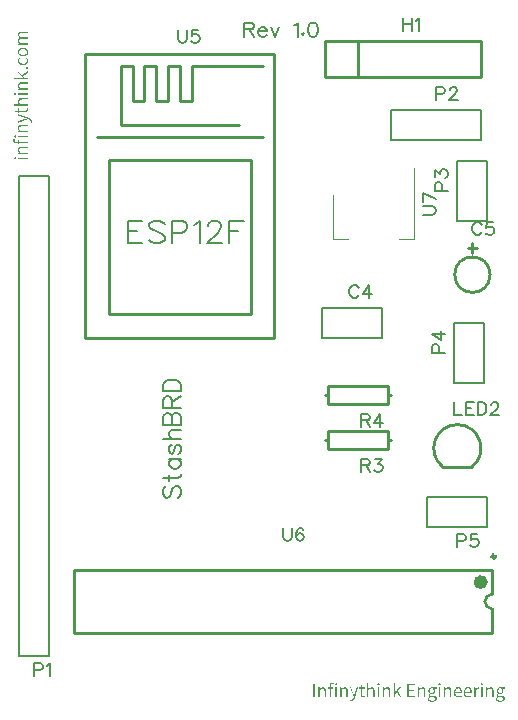
<source format=gto>
G04 ---------------------------- Layer name :TOP SILK LAYER*
G04 EasyEDA v5.7.22, Tue, 28 Aug 2018 09:43:57 GMT*
G04 05ccef7fa68345538657c4b36dae5f98*
G04 Gerber Generator version 0.2*
G04 Scale: 100 percent, Rotated: No, Reflected: No *
G04 Dimensions in inches *
G04 leading zeros omitted , absolute positions ,2 integer and 4 decimal *
%FSLAX24Y24*%
%MOIN*%
G90*
G70D02*

%ADD10C,0.010000*%
%ADD28C,0.004724*%
%ADD29C,0.007900*%
%ADD30C,0.008000*%
%ADD31C,0.007992*%
%ADD32C,0.023622*%
%ADD33C,0.011811*%
%ADD34C,0.007000*%

%LPD*%
G54D10*
G01X2700Y12401D02*
G01X8998Y12401D01*
G01X8998Y12401D02*
G01X8998Y21850D01*
G01X8998Y21850D02*
G01X2700Y21850D01*
G01X2700Y12401D01*
G01X3094Y19094D02*
G01X8605Y19094D01*
G01X7817Y19486D02*
G01X3880Y19486D01*
G01X3880Y21455D01*
G01X4275Y21455D01*
G01X4275Y20275D01*
G01X4669Y20275D01*
G01X4669Y21455D01*
G01X5061Y21455D01*
G01X5061Y20275D01*
G01X5455Y20275D01*
G01X5455Y21455D01*
G01X5850Y21455D01*
G01X5850Y20275D01*
G01X6242Y20275D01*
G01X6242Y21455D01*
G01X8605Y21455D01*
G01X3486Y18305D02*
G01X3486Y13188D01*
G01X8211Y13188D01*
G01X8211Y18305D01*
G01X3486Y18305D01*
G01X16268Y3350D02*
G01X16268Y2557D01*
G01X2332Y2557D01*
G01X2332Y4642D01*
G01X16268Y4642D01*
G01X16268Y3850D01*
G54D28*
G01X10956Y17167D02*
G01X10956Y15688D01*
G01X11453Y15688D01*
G01X13643Y18053D02*
G01X13643Y15688D01*
G01X13146Y15688D01*
G54D29*
G01X12589Y13369D02*
G01X10589Y13369D01*
G01X10589Y12369D01*
G01X12589Y12369D01*
G01X12589Y13369D01*
G54D10*
G01X12800Y8700D02*
G01X10800Y8700D01*
G01X10800Y8700D02*
G01X10800Y9000D01*
G01X10800Y9000D02*
G01X10800Y9300D01*
G01X10800Y9300D02*
G01X12800Y9300D01*
G01X12800Y9300D02*
G01X12800Y9000D01*
G01X12800Y9000D02*
G01X12800Y8700D01*
G01X10800Y9000D02*
G01X10700Y9000D01*
G01X12800Y9000D02*
G01X12900Y9000D01*
G01X14600Y8100D02*
G01X15602Y8098D01*
G01X15453Y15380D02*
G01X15764Y15380D01*
G01X15603Y15209D02*
G01X15603Y15538D01*
G01X12800Y10200D02*
G01X10800Y10200D01*
G01X10800Y10200D02*
G01X10800Y10500D01*
G01X10800Y10500D02*
G01X10800Y10800D01*
G01X10800Y10800D02*
G01X12800Y10800D01*
G01X12800Y10800D02*
G01X12800Y10500D01*
G01X12800Y10500D02*
G01X12800Y10200D01*
G01X10800Y10500D02*
G01X10700Y10500D01*
G01X12800Y10500D02*
G01X12900Y10500D01*
G54D30*
G01X15100Y18300D02*
G01X16089Y18300D01*
G01X16089Y16300D01*
G01X15100Y16300D01*
G01X15100Y18300D01*
G01X15000Y12900D02*
G01X15989Y12900D01*
G01X15989Y10900D01*
G01X15000Y10900D01*
G01X15000Y12900D01*
G01X500Y17800D02*
G01X1500Y17800D01*
G01X1500Y1800D01*
G01X500Y1800D01*
G01X500Y2550D01*
G54D31*
G01X500Y17800D02*
G01X500Y2550D01*
G54D30*
G01X13650Y20000D02*
G01X12900Y20000D01*
G01X12900Y19000D01*
G01X15900Y19000D01*
G01X15900Y20000D01*
G54D31*
G01X15900Y20000D02*
G01X13650Y20000D01*
G54D30*
G01X14100Y6100D02*
G01X14100Y7090D01*
G01X16100Y7090D01*
G01X16100Y6100D01*
G01X14100Y6100D01*
G54D10*
G01X10700Y22300D02*
G01X15900Y22300D01*
G01X15900Y21100D01*
G01X10700Y21100D01*
G01X10700Y22300D01*
G01X11800Y22300D02*
G01X11800Y21100D01*
G54D34*
G01X5800Y22644D02*
G01X5800Y22338D01*
G01X5819Y22277D01*
G01X5861Y22236D01*
G01X5923Y22215D01*
G01X5963Y22215D01*
G01X6025Y22236D01*
G01X6065Y22277D01*
G01X6086Y22338D01*
G01X6086Y22644D01*
G01X6467Y22644D02*
G01X6261Y22644D01*
G01X6242Y22461D01*
G01X6261Y22482D01*
G01X6323Y22502D01*
G01X6384Y22502D01*
G01X6446Y22482D01*
G01X6486Y22440D01*
G01X6507Y22380D01*
G01X6507Y22338D01*
G01X6486Y22277D01*
G01X6446Y22236D01*
G01X6384Y22215D01*
G01X6323Y22215D01*
G01X6261Y22236D01*
G01X6242Y22257D01*
G01X6221Y22298D01*
G54D30*
G01X4117Y16301D02*
G01X4117Y15538D01*
G01X4117Y16301D02*
G01X4590Y16301D01*
G01X4117Y15938D02*
G01X4407Y15938D01*
G01X4117Y15538D02*
G01X4590Y15538D01*
G01X5338Y16192D02*
G01X5267Y16265D01*
G01X5157Y16301D01*
G01X5011Y16301D01*
G01X4903Y16265D01*
G01X4830Y16192D01*
G01X4830Y16119D01*
G01X4867Y16046D01*
G01X4903Y16011D01*
G01X4976Y15973D01*
G01X5194Y15901D01*
G01X5267Y15865D01*
G01X5303Y15828D01*
G01X5338Y15755D01*
G01X5338Y15646D01*
G01X5267Y15573D01*
G01X5157Y15538D01*
G01X5011Y15538D01*
G01X4903Y15573D01*
G01X4830Y15646D01*
G01X5578Y16301D02*
G01X5578Y15538D01*
G01X5578Y16301D02*
G01X5907Y16301D01*
G01X6015Y16265D01*
G01X6051Y16228D01*
G01X6088Y16155D01*
G01X6088Y16046D01*
G01X6051Y15973D01*
G01X6015Y15938D01*
G01X5907Y15901D01*
G01X5578Y15901D01*
G01X6328Y16155D02*
G01X6401Y16192D01*
G01X6509Y16301D01*
G01X6509Y15538D01*
G01X6786Y16119D02*
G01X6786Y16155D01*
G01X6823Y16228D01*
G01X6859Y16265D01*
G01X6932Y16301D01*
G01X7078Y16301D01*
G01X7150Y16265D01*
G01X7186Y16228D01*
G01X7223Y16155D01*
G01X7223Y16082D01*
G01X7186Y16011D01*
G01X7113Y15901D01*
G01X6750Y15538D01*
G01X7259Y15538D01*
G01X7498Y16301D02*
G01X7498Y15538D01*
G01X7498Y16301D02*
G01X7971Y16301D01*
G01X7498Y15938D02*
G01X7790Y15938D01*
G54D34*
G01X9300Y6044D02*
G01X9300Y5738D01*
G01X9319Y5676D01*
G01X9361Y5636D01*
G01X9423Y5615D01*
G01X9463Y5615D01*
G01X9525Y5636D01*
G01X9565Y5676D01*
G01X9586Y5738D01*
G01X9586Y6044D01*
G01X9967Y5984D02*
G01X9946Y6025D01*
G01X9885Y6044D01*
G01X9843Y6044D01*
G01X9782Y6025D01*
G01X9742Y5963D01*
G01X9721Y5861D01*
G01X9721Y5759D01*
G01X9742Y5676D01*
G01X9782Y5636D01*
G01X9843Y5615D01*
G01X9864Y5615D01*
G01X9926Y5636D01*
G01X9967Y5676D01*
G01X9986Y5738D01*
G01X9986Y5759D01*
G01X9967Y5819D01*
G01X9926Y5861D01*
G01X9864Y5882D01*
G01X9843Y5882D01*
G01X9782Y5861D01*
G01X9742Y5819D01*
G01X9721Y5759D01*
G01X13955Y16500D02*
G01X14260Y16500D01*
G01X14322Y16519D01*
G01X14364Y16561D01*
G01X14384Y16623D01*
G01X14384Y16663D01*
G01X14364Y16725D01*
G01X14322Y16765D01*
G01X14260Y16786D01*
G01X13955Y16786D01*
G01X13955Y17207D02*
G01X14384Y17003D01*
G01X13955Y16921D02*
G01X13955Y17207D01*
G01X11806Y14042D02*
G01X11785Y14084D01*
G01X11744Y14125D01*
G01X11705Y14144D01*
G01X11622Y14144D01*
G01X11581Y14125D01*
G01X11540Y14084D01*
G01X11519Y14042D01*
G01X11500Y13982D01*
G01X11500Y13880D01*
G01X11519Y13817D01*
G01X11540Y13776D01*
G01X11581Y13736D01*
G01X11622Y13715D01*
G01X11705Y13715D01*
G01X11744Y13736D01*
G01X11785Y13776D01*
G01X11806Y13817D01*
G01X12146Y14144D02*
G01X11942Y13859D01*
G01X12248Y13859D01*
G01X12146Y14144D02*
G01X12146Y13715D01*
G01X11900Y8344D02*
G01X11900Y7915D01*
G01X11900Y8344D02*
G01X12084Y8344D01*
G01X12144Y8325D01*
G01X12165Y8305D01*
G01X12185Y8263D01*
G01X12185Y8223D01*
G01X12165Y8182D01*
G01X12144Y8161D01*
G01X12084Y8140D01*
G01X11900Y8140D01*
G01X12043Y8140D02*
G01X12185Y7915D01*
G01X12361Y8344D02*
G01X12586Y8344D01*
G01X12464Y8182D01*
G01X12526Y8182D01*
G01X12567Y8161D01*
G01X12586Y8140D01*
G01X12607Y8080D01*
G01X12607Y8038D01*
G01X12586Y7976D01*
G01X12546Y7936D01*
G01X12485Y7915D01*
G01X12423Y7915D01*
G01X12361Y7936D01*
G01X12342Y7957D01*
G01X12321Y7998D01*
G01X15000Y10244D02*
G01X15000Y9815D01*
G01X15000Y9815D02*
G01X15244Y9815D01*
G01X15380Y10244D02*
G01X15380Y9815D01*
G01X15380Y10244D02*
G01X15646Y10244D01*
G01X15380Y10040D02*
G01X15543Y10040D01*
G01X15380Y9815D02*
G01X15646Y9815D01*
G01X15781Y10244D02*
G01X15781Y9815D01*
G01X15781Y10244D02*
G01X15925Y10244D01*
G01X15985Y10225D01*
G01X16027Y10184D01*
G01X16047Y10142D01*
G01X16068Y10082D01*
G01X16068Y9980D01*
G01X16047Y9917D01*
G01X16027Y9876D01*
G01X15985Y9836D01*
G01X15925Y9815D01*
G01X15781Y9815D01*
G01X16222Y10142D02*
G01X16222Y10163D01*
G01X16243Y10205D01*
G01X16264Y10225D01*
G01X16305Y10244D01*
G01X16386Y10244D01*
G01X16427Y10225D01*
G01X16447Y10205D01*
G01X16468Y10163D01*
G01X16468Y10123D01*
G01X16447Y10082D01*
G01X16406Y10019D01*
G01X16202Y9815D01*
G01X16489Y9815D01*
G01X15906Y16142D02*
G01X15885Y16184D01*
G01X15844Y16225D01*
G01X15805Y16244D01*
G01X15722Y16244D01*
G01X15681Y16225D01*
G01X15640Y16184D01*
G01X15619Y16142D01*
G01X15600Y16082D01*
G01X15600Y15980D01*
G01X15619Y15917D01*
G01X15640Y15876D01*
G01X15681Y15836D01*
G01X15722Y15815D01*
G01X15805Y15815D01*
G01X15844Y15836D01*
G01X15885Y15876D01*
G01X15906Y15917D01*
G01X16286Y16244D02*
G01X16082Y16244D01*
G01X16061Y16061D01*
G01X16082Y16082D01*
G01X16143Y16101D01*
G01X16205Y16101D01*
G01X16267Y16082D01*
G01X16307Y16040D01*
G01X16327Y15980D01*
G01X16327Y15938D01*
G01X16307Y15876D01*
G01X16267Y15836D01*
G01X16205Y15815D01*
G01X16143Y15815D01*
G01X16082Y15836D01*
G01X16061Y15857D01*
G01X16042Y15898D01*
G01X11900Y9844D02*
G01X11900Y9415D01*
G01X11900Y9844D02*
G01X12084Y9844D01*
G01X12144Y9825D01*
G01X12165Y9805D01*
G01X12185Y9763D01*
G01X12185Y9723D01*
G01X12165Y9682D01*
G01X12144Y9661D01*
G01X12084Y9640D01*
G01X11900Y9640D01*
G01X12043Y9640D02*
G01X12185Y9415D01*
G01X12526Y9844D02*
G01X12321Y9559D01*
G01X12627Y9559D01*
G01X12526Y9844D02*
G01X12526Y9415D01*
G01X14355Y17300D02*
G01X14784Y17300D01*
G01X14355Y17300D02*
G01X14355Y17484D01*
G01X14375Y17544D01*
G01X14394Y17565D01*
G01X14435Y17586D01*
G01X14497Y17586D01*
G01X14539Y17565D01*
G01X14559Y17544D01*
G01X14580Y17484D01*
G01X14580Y17300D01*
G01X14355Y17761D02*
G01X14355Y17986D01*
G01X14518Y17865D01*
G01X14518Y17926D01*
G01X14539Y17967D01*
G01X14559Y17986D01*
G01X14619Y18007D01*
G01X14660Y18007D01*
G01X14722Y17986D01*
G01X14764Y17946D01*
G01X14784Y17884D01*
G01X14784Y17823D01*
G01X14764Y17761D01*
G01X14743Y17742D01*
G01X14702Y17721D01*
G01X14255Y11900D02*
G01X14684Y11900D01*
G01X14255Y11900D02*
G01X14255Y12084D01*
G01X14275Y12144D01*
G01X14294Y12165D01*
G01X14335Y12186D01*
G01X14397Y12186D01*
G01X14439Y12165D01*
G01X14459Y12144D01*
G01X14480Y12084D01*
G01X14480Y11900D01*
G01X14255Y12526D02*
G01X14540Y12321D01*
G01X14540Y12628D01*
G01X14255Y12526D02*
G01X14684Y12526D01*
G01X1000Y1544D02*
G01X1000Y1115D01*
G01X1000Y1544D02*
G01X1184Y1544D01*
G01X1244Y1525D01*
G01X1265Y1505D01*
G01X1286Y1463D01*
G01X1286Y1401D01*
G01X1265Y1361D01*
G01X1244Y1340D01*
G01X1184Y1319D01*
G01X1000Y1319D01*
G01X1421Y1463D02*
G01X1461Y1484D01*
G01X1523Y1544D01*
G01X1523Y1115D01*
G01X14400Y20744D02*
G01X14400Y20315D01*
G01X14400Y20744D02*
G01X14584Y20744D01*
G01X14644Y20725D01*
G01X14665Y20705D01*
G01X14685Y20663D01*
G01X14685Y20602D01*
G01X14665Y20561D01*
G01X14644Y20540D01*
G01X14584Y20519D01*
G01X14400Y20519D01*
G01X14842Y20642D02*
G01X14842Y20663D01*
G01X14861Y20705D01*
G01X14882Y20725D01*
G01X14923Y20744D01*
G01X15005Y20744D01*
G01X15046Y20725D01*
G01X15067Y20705D01*
G01X15086Y20663D01*
G01X15086Y20623D01*
G01X15067Y20582D01*
G01X15026Y20519D01*
G01X14821Y20315D01*
G01X15107Y20315D01*
G01X15100Y5844D02*
G01X15100Y5415D01*
G01X15100Y5844D02*
G01X15284Y5844D01*
G01X15344Y5825D01*
G01X15365Y5805D01*
G01X15385Y5763D01*
G01X15385Y5701D01*
G01X15365Y5661D01*
G01X15344Y5640D01*
G01X15284Y5619D01*
G01X15100Y5619D01*
G01X15767Y5844D02*
G01X15561Y5844D01*
G01X15542Y5661D01*
G01X15561Y5682D01*
G01X15623Y5701D01*
G01X15685Y5701D01*
G01X15746Y5682D01*
G01X15786Y5640D01*
G01X15807Y5580D01*
G01X15807Y5538D01*
G01X15786Y5476D01*
G01X15746Y5436D01*
G01X15685Y5415D01*
G01X15623Y5415D01*
G01X15561Y5436D01*
G01X15542Y5457D01*
G01X15521Y5498D01*
G01X13300Y23044D02*
G01X13300Y22615D01*
G01X13585Y23044D02*
G01X13585Y22615D01*
G01X13300Y22840D02*
G01X13585Y22840D01*
G01X13721Y22963D02*
G01X13761Y22984D01*
G01X13823Y23044D01*
G01X13823Y22615D01*

%LPD*%
G36*
G01X371Y18342D02*
G01X357Y18340D01*
G01X344Y18342D01*
G01X333Y18350D01*
G01X327Y18361D01*
G01X325Y18376D01*
G01X327Y18389D01*
G01X333Y18400D01*
G01X344Y18408D01*
G01X357Y18411D01*
G01X371Y18408D01*
G01X382Y18400D01*
G01X388Y18389D01*
G01X390Y18376D01*
G01X388Y18361D01*
G01X382Y18350D01*
G01X371Y18342D01*
G37*

%LPC*%

%LPD*%
G36*
G01X784Y18351D02*
G01X461Y18351D01*
G01X461Y18400D01*
G01X784Y18400D01*
G01X784Y18351D01*
G37*

%LPC*%

%LPD*%
G36*
G01X784Y18511D02*
G01X461Y18511D01*
G01X461Y18552D01*
G01X507Y18557D01*
G01X507Y18559D01*
G01X486Y18582D01*
G01X469Y18608D01*
G01X457Y18636D01*
G01X453Y18667D01*
G01X455Y18691D01*
G01X461Y18712D01*
G01X471Y18729D01*
G01X484Y18742D01*
G01X502Y18753D01*
G01X524Y18761D01*
G01X549Y18765D01*
G01X578Y18767D01*
G01X784Y18767D01*
G01X784Y18717D01*
G01X584Y18717D01*
G01X544Y18714D01*
G01X516Y18702D01*
G01X500Y18682D01*
G01X494Y18653D01*
G01X498Y18628D01*
G01X508Y18607D01*
G01X525Y18584D01*
G01X548Y18561D01*
G01X784Y18561D01*
G01X784Y18511D01*
G37*

%LPC*%

%LPD*%
G36*
G01X501Y18838D02*
G01X463Y18838D01*
G01X461Y18882D01*
G01X405Y18882D01*
G01X381Y18884D01*
G01X360Y18888D01*
G01X342Y18895D01*
G01X327Y18905D01*
G01X315Y18918D01*
G01X307Y18934D01*
G01X301Y18952D01*
G01X300Y18973D01*
G01X300Y18988D01*
G01X302Y19002D01*
G01X305Y19015D01*
G01X309Y19027D01*
G01X348Y19015D01*
G01X344Y19006D01*
G01X341Y18996D01*
G01X339Y18987D01*
G01X338Y18978D01*
G01X343Y18958D01*
G01X355Y18943D01*
G01X376Y18934D01*
G01X405Y18932D01*
G01X461Y18932D01*
G01X461Y19001D01*
G01X501Y19001D01*
G01X501Y18932D01*
G01X784Y18932D01*
G01X784Y18882D01*
G01X501Y18882D01*
G01X501Y18838D01*
G37*

%LPC*%

%LPD*%
G36*
G01X371Y19069D02*
G01X357Y19067D01*
G01X344Y19069D01*
G01X333Y19077D01*
G01X327Y19088D01*
G01X325Y19102D01*
G01X327Y19115D01*
G01X333Y19127D01*
G01X344Y19135D01*
G01X357Y19138D01*
G01X371Y19135D01*
G01X382Y19127D01*
G01X388Y19115D01*
G01X390Y19102D01*
G01X388Y19088D01*
G01X382Y19077D01*
G01X371Y19069D01*
G37*

%LPC*%

%LPD*%
G36*
G01X784Y19078D02*
G01X461Y19078D01*
G01X461Y19126D01*
G01X784Y19126D01*
G01X784Y19078D01*
G37*

%LPC*%

%LPD*%
G36*
G01X784Y19240D02*
G01X461Y19240D01*
G01X461Y19278D01*
G01X507Y19284D01*
G01X507Y19286D01*
G01X486Y19309D01*
G01X469Y19335D01*
G01X457Y19363D01*
G01X453Y19394D01*
G01X455Y19418D01*
G01X461Y19439D01*
G01X471Y19456D01*
G01X484Y19469D01*
G01X502Y19480D01*
G01X524Y19488D01*
G01X549Y19492D01*
G01X578Y19494D01*
G01X784Y19494D01*
G01X784Y19444D01*
G01X584Y19444D01*
G01X544Y19441D01*
G01X516Y19429D01*
G01X500Y19409D01*
G01X494Y19380D01*
G01X498Y19356D01*
G01X508Y19334D01*
G01X525Y19311D01*
G01X548Y19288D01*
G01X784Y19288D01*
G01X784Y19240D01*
G37*

%LPC*%

%LPD*%
G36*
G01X786Y19684D02*
G01X461Y19553D01*
G01X461Y19603D01*
G01X646Y19673D01*
G01X668Y19681D01*
G01X691Y19689D01*
G01X715Y19697D01*
G01X738Y19705D01*
G01X738Y19709D01*
G01X715Y19715D01*
G01X691Y19722D01*
G01X668Y19729D01*
G01X646Y19736D01*
G01X461Y19796D01*
G01X461Y19844D01*
G01X815Y19721D01*
G01X837Y19712D01*
G01X858Y19702D01*
G01X877Y19690D01*
G01X894Y19677D01*
G01X907Y19662D01*
G01X918Y19644D01*
G01X924Y19625D01*
G01X926Y19603D01*
G01X926Y19592D01*
G01X925Y19582D01*
G01X922Y19573D01*
G01X919Y19565D01*
G01X880Y19576D01*
G01X882Y19581D01*
G01X883Y19587D01*
G01X884Y19594D01*
G01X884Y19601D01*
G01X879Y19627D01*
G01X864Y19648D01*
G01X841Y19664D01*
G01X811Y19677D01*
G01X786Y19684D01*
G37*

%LPC*%

%LPD*%
G36*
G01X501Y19869D02*
G01X463Y19869D01*
G01X461Y19921D01*
G01X369Y19926D01*
G01X369Y19967D01*
G01X461Y19967D01*
G01X461Y20057D01*
G01X501Y20057D01*
G01X501Y19967D01*
G01X688Y19967D01*
G01X715Y19969D01*
G01X736Y19977D01*
G01X748Y19993D01*
G01X753Y20017D01*
G01X752Y20027D01*
G01X750Y20037D01*
G01X747Y20046D01*
G01X744Y20055D01*
G01X780Y20065D01*
G01X785Y20051D01*
G01X789Y20036D01*
G01X792Y20022D01*
G01X792Y20007D01*
G01X790Y19984D01*
G01X785Y19965D01*
G01X776Y19950D01*
G01X763Y19938D01*
G01X748Y19929D01*
G01X730Y19923D01*
G01X709Y19919D01*
G01X686Y19919D01*
G01X501Y19919D01*
G01X501Y19869D01*
G37*

%LPC*%

%LPD*%
G36*
G01X784Y20130D02*
G01X307Y20130D01*
G01X307Y20180D01*
G01X440Y20180D01*
G01X507Y20178D01*
G01X486Y20201D01*
G01X469Y20227D01*
G01X457Y20255D01*
G01X453Y20286D01*
G01X455Y20310D01*
G01X461Y20330D01*
G01X471Y20347D01*
G01X484Y20361D01*
G01X502Y20372D01*
G01X524Y20380D01*
G01X549Y20384D01*
G01X578Y20386D01*
G01X784Y20386D01*
G01X784Y20336D01*
G01X584Y20336D01*
G01X544Y20332D01*
G01X516Y20320D01*
G01X500Y20301D01*
G01X494Y20271D01*
G01X498Y20248D01*
G01X508Y20225D01*
G01X525Y20203D01*
G01X548Y20180D01*
G01X784Y20180D01*
G01X784Y20130D01*
G37*

%LPC*%

%LPD*%
G36*
G01X371Y20484D02*
G01X357Y20482D01*
G01X344Y20484D01*
G01X333Y20492D01*
G01X327Y20503D01*
G01X325Y20517D01*
G01X327Y20530D01*
G01X333Y20541D01*
G01X344Y20549D01*
G01X357Y20552D01*
G01X371Y20549D01*
G01X382Y20541D01*
G01X388Y20530D01*
G01X390Y20517D01*
G01X388Y20503D01*
G01X382Y20492D01*
G01X371Y20484D01*
G37*

%LPC*%

%LPD*%
G36*
G01X784Y20492D02*
G01X461Y20492D01*
G01X461Y20540D01*
G01X784Y20540D01*
G01X784Y20492D01*
G37*

%LPC*%

%LPD*%
G36*
G01X784Y20653D02*
G01X461Y20653D01*
G01X461Y20692D01*
G01X507Y20698D01*
G01X507Y20700D01*
G01X486Y20723D01*
G01X469Y20749D01*
G01X457Y20777D01*
G01X453Y20809D01*
G01X455Y20832D01*
G01X461Y20853D01*
G01X471Y20870D01*
G01X484Y20884D01*
G01X502Y20894D01*
G01X524Y20902D01*
G01X549Y20906D01*
G01X578Y20907D01*
G01X784Y20907D01*
G01X784Y20859D01*
G01X584Y20859D01*
G01X544Y20855D01*
G01X516Y20843D01*
G01X500Y20823D01*
G01X494Y20794D01*
G01X498Y20770D01*
G01X508Y20748D01*
G01X525Y20726D01*
G01X548Y20702D01*
G01X784Y20702D01*
G01X784Y20653D01*
G37*

%LPC*%

%LPD*%
G36*
G01X784Y21017D02*
G01X307Y21017D01*
G01X307Y21063D01*
G01X638Y21063D01*
G01X638Y21065D01*
G01X461Y21209D01*
G01X461Y21263D01*
G01X590Y21155D01*
G01X784Y21278D01*
G01X784Y21226D01*
G01X625Y21128D01*
G01X698Y21063D01*
G01X784Y21063D01*
G01X784Y21017D01*
G37*

%LPC*%

%LPD*%
G36*
G01X769Y21342D02*
G01X753Y21338D01*
G01X737Y21342D01*
G01X725Y21350D01*
G01X717Y21361D01*
G01X715Y21376D01*
G01X717Y21390D01*
G01X725Y21402D01*
G01X737Y21409D01*
G01X753Y21413D01*
G01X769Y21409D01*
G01X782Y21402D01*
G01X790Y21390D01*
G01X792Y21376D01*
G01X790Y21361D01*
G01X782Y21350D01*
G01X769Y21342D01*
G37*

%LPC*%

%LPD*%
G36*
G01X649Y21482D02*
G01X623Y21480D01*
G01X597Y21482D01*
G01X573Y21486D01*
G01X551Y21493D01*
G01X531Y21502D01*
G01X513Y21513D01*
G01X497Y21527D01*
G01X484Y21542D01*
G01X473Y21558D01*
G01X464Y21576D01*
G01X458Y21595D01*
G01X454Y21614D01*
G01X453Y21634D01*
G01X456Y21664D01*
G01X464Y21690D01*
G01X476Y21711D01*
G01X492Y21730D01*
G01X523Y21703D01*
G01X511Y21689D01*
G01X502Y21673D01*
G01X496Y21656D01*
G01X494Y21636D01*
G01X496Y21615D01*
G01X503Y21595D01*
G01X514Y21577D01*
G01X529Y21561D01*
G01X548Y21549D01*
G01X570Y21540D01*
G01X596Y21534D01*
G01X623Y21532D01*
G01X651Y21534D01*
G01X676Y21539D01*
G01X698Y21548D01*
G01X716Y21560D01*
G01X731Y21575D01*
G01X742Y21593D01*
G01X749Y21613D01*
G01X751Y21636D01*
G01X749Y21658D01*
G01X742Y21679D01*
G01X731Y21698D01*
G01X719Y21715D01*
G01X751Y21736D01*
G01X768Y21713D01*
G01X781Y21687D01*
G01X790Y21660D01*
G01X792Y21632D01*
G01X791Y21611D01*
G01X787Y21591D01*
G01X781Y21572D01*
G01X772Y21555D01*
G01X761Y21538D01*
G01X748Y21524D01*
G01X732Y21511D01*
G01X715Y21501D01*
G01X695Y21492D01*
G01X673Y21486D01*
G01X649Y21482D01*
G37*

%LPC*%

%LPD*%
G36*
G01X649Y21772D02*
G01X623Y21771D01*
G01X597Y21772D01*
G01X573Y21776D01*
G01X551Y21783D01*
G01X531Y21792D01*
G01X513Y21803D01*
G01X497Y21815D01*
G01X484Y21830D01*
G01X473Y21846D01*
G01X464Y21863D01*
G01X458Y21881D01*
G01X454Y21900D01*
G01X453Y21919D01*
G01X454Y21939D01*
G01X458Y21958D01*
G01X464Y21976D01*
G01X473Y21993D01*
G01X484Y22009D01*
G01X497Y22024D01*
G01X513Y22036D01*
G01X531Y22048D01*
G01X551Y22056D01*
G01X573Y22063D01*
G01X597Y22067D01*
G01X623Y22069D01*
G01X649Y22067D01*
G01X673Y22063D01*
G01X695Y22056D01*
G01X715Y22048D01*
G01X732Y22036D01*
G01X748Y22024D01*
G01X761Y22009D01*
G01X772Y21993D01*
G01X781Y21976D01*
G01X787Y21958D01*
G01X791Y21939D01*
G01X792Y21919D01*
G01X791Y21900D01*
G01X787Y21881D01*
G01X781Y21863D01*
G01X772Y21846D01*
G01X761Y21830D01*
G01X748Y21815D01*
G01X732Y21803D01*
G01X715Y21792D01*
G01X695Y21783D01*
G01X673Y21776D01*
G01X649Y21772D01*
G37*

%LPC*%
G36*
G01X596Y21822D02*
G01X623Y21821D01*
G01X651Y21822D01*
G01X676Y21828D01*
G01X698Y21836D01*
G01X716Y21848D01*
G01X731Y21863D01*
G01X742Y21880D01*
G01X749Y21898D01*
G01X751Y21919D01*
G01X749Y21940D01*
G01X742Y21959D01*
G01X731Y21976D01*
G01X716Y21991D01*
G01X698Y22003D01*
G01X676Y22011D01*
G01X651Y22017D01*
G01X623Y22019D01*
G01X596Y22017D01*
G01X570Y22011D01*
G01X548Y22003D01*
G01X529Y21991D01*
G01X514Y21976D01*
G01X503Y21959D01*
G01X496Y21940D01*
G01X494Y21919D01*
G01X496Y21898D01*
G01X503Y21880D01*
G01X514Y21863D01*
G01X529Y21848D01*
G01X548Y21836D01*
G01X570Y21828D01*
G01X596Y21822D01*
G37*

%LPD*%
G36*
G01X784Y22157D02*
G01X461Y22157D01*
G01X461Y22196D01*
G01X509Y22202D01*
G01X509Y22203D01*
G01X487Y22226D01*
G01X469Y22250D01*
G01X457Y22276D01*
G01X453Y22303D01*
G01X457Y22337D01*
G01X469Y22363D01*
G01X489Y22381D01*
G01X515Y22394D01*
G01X490Y22420D01*
G01X470Y22446D01*
G01X457Y22473D01*
G01X453Y22502D01*
G01X455Y22525D01*
G01X461Y22545D01*
G01X471Y22561D01*
G01X484Y22575D01*
G01X502Y22586D01*
G01X524Y22594D01*
G01X549Y22598D01*
G01X578Y22600D01*
G01X784Y22600D01*
G01X784Y22551D01*
G01X584Y22551D01*
G01X544Y22547D01*
G01X516Y22535D01*
G01X500Y22515D01*
G01X494Y22488D01*
G01X498Y22467D01*
G01X508Y22447D01*
G01X525Y22425D01*
G01X548Y22403D01*
G01X784Y22403D01*
G01X784Y22353D01*
G01X584Y22353D01*
G01X544Y22350D01*
G01X516Y22338D01*
G01X500Y22319D01*
G01X494Y22290D01*
G01X498Y22271D01*
G01X508Y22250D01*
G01X525Y22228D01*
G01X548Y22205D01*
G01X784Y22205D01*
G01X784Y22157D01*
G37*

%LPC*%

%LPD*%
G54D30*
G01X5382Y7448D02*
G01X5326Y7393D01*
G01X5300Y7311D01*
G01X5300Y7202D01*
G01X5326Y7121D01*
G01X5382Y7066D01*
G01X5436Y7066D01*
G01X5490Y7093D01*
G01X5517Y7121D01*
G01X5544Y7175D01*
G01X5600Y7339D01*
G01X5626Y7393D01*
G01X5653Y7421D01*
G01X5709Y7448D01*
G01X5790Y7448D01*
G01X5844Y7393D01*
G01X5871Y7311D01*
G01X5871Y7202D01*
G01X5844Y7121D01*
G01X5790Y7066D01*
G01X5300Y7710D02*
G01X5763Y7710D01*
G01X5844Y7737D01*
G01X5871Y7791D01*
G01X5871Y7846D01*
G01X5490Y7628D02*
G01X5490Y7819D01*
G01X5490Y8353D02*
G01X5871Y8353D01*
G01X5571Y8353D02*
G01X5517Y8299D01*
G01X5490Y8244D01*
G01X5490Y8162D01*
G01X5517Y8108D01*
G01X5571Y8053D01*
G01X5653Y8026D01*
G01X5709Y8026D01*
G01X5790Y8053D01*
G01X5844Y8108D01*
G01X5871Y8162D01*
G01X5871Y8244D01*
G01X5844Y8299D01*
G01X5790Y8353D01*
G01X5571Y8833D02*
G01X5517Y8806D01*
G01X5490Y8724D01*
G01X5490Y8642D01*
G01X5517Y8561D01*
G01X5571Y8533D01*
G01X5626Y8561D01*
G01X5653Y8615D01*
G01X5682Y8751D01*
G01X5709Y8806D01*
G01X5763Y8833D01*
G01X5790Y8833D01*
G01X5844Y8806D01*
G01X5871Y8724D01*
G01X5871Y8642D01*
G01X5844Y8561D01*
G01X5790Y8533D01*
G01X5300Y9013D02*
G01X5871Y9013D01*
G01X5600Y9013D02*
G01X5517Y9095D01*
G01X5490Y9150D01*
G01X5490Y9231D01*
G01X5517Y9286D01*
G01X5600Y9313D01*
G01X5871Y9313D01*
G01X5300Y9493D02*
G01X5871Y9493D01*
G01X5300Y9493D02*
G01X5300Y9739D01*
G01X5326Y9821D01*
G01X5353Y9848D01*
G01X5409Y9875D01*
G01X5463Y9875D01*
G01X5517Y9848D01*
G01X5544Y9821D01*
G01X5571Y9739D01*
G01X5571Y9493D02*
G01X5571Y9739D01*
G01X5600Y9821D01*
G01X5626Y9848D01*
G01X5682Y9875D01*
G01X5763Y9875D01*
G01X5817Y9848D01*
G01X5844Y9821D01*
G01X5871Y9739D01*
G01X5871Y9493D01*
G01X5300Y10055D02*
G01X5871Y10055D01*
G01X5300Y10055D02*
G01X5300Y10301D01*
G01X5326Y10382D01*
G01X5353Y10410D01*
G01X5409Y10437D01*
G01X5463Y10437D01*
G01X5517Y10410D01*
G01X5544Y10382D01*
G01X5571Y10301D01*
G01X5571Y10055D01*
G01X5571Y10246D02*
G01X5871Y10437D01*
G01X5300Y10617D02*
G01X5871Y10617D01*
G01X5300Y10617D02*
G01X5300Y10808D01*
G01X5326Y10890D01*
G01X5382Y10944D01*
G01X5436Y10971D01*
G01X5517Y10999D01*
G01X5653Y10999D01*
G01X5736Y10971D01*
G01X5790Y10944D01*
G01X5844Y10890D01*
G01X5871Y10808D01*
G01X5871Y10617D01*
G01X8000Y22899D02*
G01X8000Y22421D01*
G01X8000Y22899D02*
G01X8205Y22899D01*
G01X8273Y22876D01*
G01X8294Y22853D01*
G01X8317Y22808D01*
G01X8317Y22762D01*
G01X8294Y22717D01*
G01X8273Y22694D01*
G01X8205Y22671D01*
G01X8000Y22671D01*
G01X8159Y22671D02*
G01X8317Y22421D01*
G01X8467Y22603D02*
G01X8740Y22603D01*
G01X8740Y22649D01*
G01X8717Y22694D01*
G01X8694Y22717D01*
G01X8650Y22740D01*
G01X8582Y22740D01*
G01X8536Y22717D01*
G01X8490Y22671D01*
G01X8467Y22603D01*
G01X8467Y22558D01*
G01X8490Y22490D01*
G01X8536Y22444D01*
G01X8582Y22421D01*
G01X8650Y22421D01*
G01X8694Y22444D01*
G01X8740Y22490D01*
G01X8890Y22740D02*
G01X9026Y22421D01*
G01X9163Y22740D02*
G01X9026Y22421D01*
G01X9664Y22808D02*
G01X9709Y22831D01*
G01X9777Y22899D01*
G01X9777Y22421D01*
G01X9950Y22535D02*
G01X9927Y22512D01*
G01X9950Y22490D01*
G01X9972Y22512D01*
G01X9950Y22535D01*
G01X10259Y22899D02*
G01X10190Y22876D01*
G01X10144Y22808D01*
G01X10122Y22694D01*
G01X10122Y22626D01*
G01X10144Y22512D01*
G01X10190Y22444D01*
G01X10259Y22421D01*
G01X10305Y22421D01*
G01X10372Y22444D01*
G01X10418Y22512D01*
G01X10440Y22626D01*
G01X10440Y22694D01*
G01X10418Y22808D01*
G01X10372Y22876D01*
G01X10305Y22899D01*
G01X10259Y22899D01*

%LPD*%
G36*
G01X16557Y266D02*
G01X16522Y263D01*
G01X16494Y265D01*
G01X16468Y269D01*
G01X16445Y276D01*
G01X16426Y286D01*
G01X16410Y299D01*
G01X16398Y314D01*
G01X16391Y332D01*
G01X16389Y351D01*
G01X16392Y372D01*
G01X16401Y392D01*
G01X16416Y410D01*
G01X16436Y426D01*
G01X16436Y428D01*
G01X16425Y437D01*
G01X16416Y449D01*
G01X16410Y464D01*
G01X16407Y482D01*
G01X16411Y501D01*
G01X16419Y517D01*
G01X16431Y531D01*
G01X16443Y542D01*
G01X16443Y544D01*
G01X16428Y559D01*
G01X16415Y579D01*
G01X16405Y604D01*
G01X16402Y632D01*
G01X16404Y657D01*
G01X16411Y679D01*
G01X16422Y699D01*
G01X16437Y715D01*
G01X16455Y728D01*
G01X16475Y738D01*
G01X16497Y744D01*
G01X16522Y746D01*
G01X16535Y746D01*
G01X16546Y744D01*
G01X16557Y742D01*
G01X16567Y738D01*
G01X16678Y738D01*
G01X16678Y701D01*
G01X16610Y701D01*
G01X16621Y687D01*
G01X16630Y671D01*
G01X16636Y651D01*
G01X16639Y630D01*
G01X16636Y606D01*
G01X16629Y584D01*
G01X16619Y565D01*
G01X16604Y548D01*
G01X16587Y535D01*
G01X16567Y526D01*
G01X16545Y519D01*
G01X16522Y517D01*
G01X16509Y518D01*
G01X16496Y521D01*
G01X16483Y524D01*
G01X16472Y530D01*
G01X16463Y521D01*
G01X16456Y512D01*
G01X16451Y501D01*
G01X16450Y488D01*
G01X16452Y474D01*
G01X16462Y462D01*
G01X16480Y454D01*
G01X16507Y451D01*
G01X16572Y451D01*
G01X16598Y450D01*
G01X16621Y447D01*
G01X16640Y441D01*
G01X16656Y433D01*
G01X16668Y423D01*
G01X16677Y409D01*
G01X16682Y393D01*
G01X16684Y375D01*
G01X16681Y353D01*
G01X16672Y333D01*
G01X16658Y314D01*
G01X16640Y297D01*
G01X16617Y283D01*
G01X16589Y273D01*
G01X16557Y266D01*
G37*

%LPC*%
G36*
G01X16494Y556D02*
G01X16522Y551D01*
G01X16549Y556D01*
G01X16572Y573D01*
G01X16588Y598D01*
G01X16593Y632D01*
G01X16588Y665D01*
G01X16572Y689D01*
G01X16549Y705D01*
G01X16522Y711D01*
G01X16493Y705D01*
G01X16470Y689D01*
G01X16454Y665D01*
G01X16448Y632D01*
G01X16455Y598D01*
G01X16470Y573D01*
G01X16494Y556D01*
G37*
G36*
G01X16488Y303D02*
G01X16528Y298D01*
G01X16552Y300D01*
G01X16573Y304D01*
G01X16591Y311D01*
G01X16606Y320D01*
G01X16619Y330D01*
G01X16628Y342D01*
G01X16634Y355D01*
G01X16635Y367D01*
G01X16631Y388D01*
G01X16618Y401D01*
G01X16597Y408D01*
G01X16568Y411D01*
G01X16509Y411D01*
G01X16500Y411D01*
G01X16490Y412D01*
G01X16479Y413D01*
G01X16468Y415D01*
G01X16451Y402D01*
G01X16440Y388D01*
G01X16434Y373D01*
G01X16431Y357D01*
G01X16438Y333D01*
G01X16457Y315D01*
G01X16488Y303D01*
G37*

%LPD*%
G36*
G01X14289Y266D02*
G01X14253Y263D01*
G01X14225Y265D01*
G01X14199Y269D01*
G01X14176Y276D01*
G01X14156Y286D01*
G01X14141Y299D01*
G01X14129Y314D01*
G01X14122Y332D01*
G01X14119Y351D01*
G01X14123Y372D01*
G01X14132Y392D01*
G01X14147Y410D01*
G01X14168Y426D01*
G01X14168Y428D01*
G01X14156Y437D01*
G01X14146Y449D01*
G01X14140Y464D01*
G01X14138Y482D01*
G01X14141Y501D01*
G01X14150Y517D01*
G01X14161Y531D01*
G01X14173Y542D01*
G01X14173Y544D01*
G01X14158Y559D01*
G01X14145Y579D01*
G01X14135Y604D01*
G01X14131Y632D01*
G01X14134Y657D01*
G01X14141Y679D01*
G01X14152Y699D01*
G01X14167Y715D01*
G01X14185Y728D01*
G01X14205Y738D01*
G01X14228Y744D01*
G01X14252Y746D01*
G01X14264Y746D01*
G01X14277Y744D01*
G01X14287Y742D01*
G01X14297Y738D01*
G01X14410Y738D01*
G01X14410Y701D01*
G01X14340Y701D01*
G01X14352Y687D01*
G01X14360Y671D01*
G01X14366Y651D01*
G01X14368Y630D01*
G01X14366Y606D01*
G01X14360Y584D01*
G01X14349Y565D01*
G01X14335Y548D01*
G01X14318Y535D01*
G01X14298Y526D01*
G01X14276Y519D01*
G01X14252Y517D01*
G01X14239Y518D01*
G01X14227Y521D01*
G01X14214Y524D01*
G01X14202Y530D01*
G01X14194Y521D01*
G01X14187Y512D01*
G01X14182Y501D01*
G01X14181Y488D01*
G01X14183Y474D01*
G01X14193Y462D01*
G01X14210Y454D01*
G01X14239Y451D01*
G01X14302Y451D01*
G01X14329Y450D01*
G01X14352Y447D01*
G01X14371Y441D01*
G01X14387Y433D01*
G01X14399Y423D01*
G01X14407Y409D01*
G01X14413Y393D01*
G01X14414Y375D01*
G01X14411Y353D01*
G01X14403Y333D01*
G01X14389Y314D01*
G01X14371Y297D01*
G01X14347Y283D01*
G01X14320Y273D01*
G01X14289Y266D01*
G37*

%LPC*%
G36*
G01X14218Y303D02*
G01X14260Y298D01*
G01X14283Y300D01*
G01X14304Y304D01*
G01X14322Y311D01*
G01X14337Y320D01*
G01X14350Y330D01*
G01X14359Y342D01*
G01X14364Y355D01*
G01X14367Y367D01*
G01X14362Y388D01*
G01X14349Y401D01*
G01X14328Y408D01*
G01X14298Y411D01*
G01X14239Y411D01*
G01X14231Y411D01*
G01X14220Y412D01*
G01X14209Y413D01*
G01X14197Y415D01*
G01X14182Y402D01*
G01X14171Y388D01*
G01X14164Y373D01*
G01X14163Y357D01*
G01X14169Y333D01*
G01X14188Y315D01*
G01X14218Y303D01*
G37*
G36*
G01X14224Y556D02*
G01X14252Y551D01*
G01X14279Y556D01*
G01X14303Y573D01*
G01X14318Y598D01*
G01X14325Y632D01*
G01X14319Y665D01*
G01X14303Y689D01*
G01X14280Y705D01*
G01X14252Y711D01*
G01X14223Y705D01*
G01X14201Y689D01*
G01X14185Y665D01*
G01X14180Y632D01*
G01X14185Y598D01*
G01X14201Y573D01*
G01X14224Y556D01*
G37*

%LPD*%
G36*
G01X11581Y275D02*
G01X11559Y273D01*
G01X11548Y273D01*
G01X11539Y275D01*
G01X11530Y277D01*
G01X11522Y280D01*
G01X11531Y319D01*
G01X11537Y317D01*
G01X11543Y316D01*
G01X11550Y315D01*
G01X11556Y315D01*
G01X11582Y320D01*
G01X11603Y335D01*
G01X11619Y358D01*
G01X11632Y388D01*
G01X11639Y413D01*
G01X11509Y738D01*
G01X11560Y738D01*
G01X11628Y553D01*
G01X11636Y531D01*
G01X11645Y508D01*
G01X11653Y484D01*
G01X11661Y461D01*
G01X11664Y461D01*
G01X11671Y484D01*
G01X11678Y508D01*
G01X11685Y531D01*
G01X11692Y553D01*
G01X11752Y738D01*
G01X11801Y738D01*
G01X11677Y384D01*
G01X11668Y362D01*
G01X11658Y341D01*
G01X11647Y322D01*
G01X11633Y305D01*
G01X11618Y292D01*
G01X11601Y281D01*
G01X11581Y275D01*
G37*

%LPC*%

%LPD*%
G36*
G01X15493Y409D02*
G01X15461Y407D01*
G01X15441Y408D01*
G01X15421Y412D01*
G01X15402Y418D01*
G01X15384Y427D01*
G01X15368Y438D01*
G01X15353Y451D01*
G01X15339Y467D01*
G01X15328Y484D01*
G01X15319Y504D01*
G01X15313Y526D01*
G01X15309Y550D01*
G01X15307Y576D01*
G01X15309Y601D01*
G01X15313Y625D01*
G01X15320Y647D01*
G01X15329Y667D01*
G01X15339Y685D01*
G01X15352Y701D01*
G01X15367Y714D01*
G01X15382Y726D01*
G01X15399Y735D01*
G01X15416Y741D01*
G01X15434Y745D01*
G01X15452Y746D01*
G01X15481Y744D01*
G01X15507Y736D01*
G01X15528Y723D01*
G01X15547Y706D01*
G01X15561Y684D01*
G01X15572Y658D01*
G01X15578Y629D01*
G01X15581Y596D01*
G01X15580Y587D01*
G01X15580Y579D01*
G01X15579Y572D01*
G01X15577Y565D01*
G01X15356Y565D01*
G01X15360Y540D01*
G01X15366Y516D01*
G01X15376Y496D01*
G01X15389Y478D01*
G01X15405Y465D01*
G01X15423Y454D01*
G01X15444Y448D01*
G01X15468Y446D01*
G01X15490Y447D01*
G01X15511Y453D01*
G01X15531Y461D01*
G01X15550Y473D01*
G01X15568Y440D01*
G01X15546Y427D01*
G01X15521Y416D01*
G01X15493Y409D01*
G37*

%LPC*%
G36*
G01X15360Y625D02*
G01X15356Y601D01*
G01X15538Y601D01*
G01X15536Y626D01*
G01X15532Y647D01*
G01X15525Y665D01*
G01X15515Y680D01*
G01X15503Y692D01*
G01X15489Y701D01*
G01X15472Y706D01*
G01X15453Y707D01*
G01X15436Y706D01*
G01X15419Y700D01*
G01X15403Y692D01*
G01X15389Y680D01*
G01X15377Y665D01*
G01X15367Y646D01*
G01X15360Y625D01*
G37*

%LPD*%
G36*
G01X15164Y409D02*
G01X15132Y407D01*
G01X15111Y408D01*
G01X15091Y412D01*
G01X15072Y418D01*
G01X15054Y427D01*
G01X15038Y438D01*
G01X15023Y451D01*
G01X15010Y467D01*
G01X14999Y484D01*
G01X14990Y504D01*
G01X14984Y526D01*
G01X14980Y550D01*
G01X14978Y576D01*
G01X14980Y601D01*
G01X14984Y625D01*
G01X14990Y647D01*
G01X15000Y667D01*
G01X15010Y685D01*
G01X15023Y701D01*
G01X15037Y714D01*
G01X15052Y726D01*
G01X15069Y735D01*
G01X15087Y741D01*
G01X15105Y745D01*
G01X15123Y746D01*
G01X15152Y744D01*
G01X15177Y736D01*
G01X15199Y723D01*
G01X15217Y706D01*
G01X15232Y684D01*
G01X15242Y658D01*
G01X15248Y629D01*
G01X15251Y596D01*
G01X15251Y587D01*
G01X15250Y579D01*
G01X15250Y572D01*
G01X15248Y565D01*
G01X15027Y565D01*
G01X15031Y540D01*
G01X15037Y516D01*
G01X15047Y496D01*
G01X15060Y478D01*
G01X15076Y465D01*
G01X15094Y454D01*
G01X15115Y448D01*
G01X15139Y446D01*
G01X15161Y447D01*
G01X15182Y453D01*
G01X15202Y461D01*
G01X15221Y473D01*
G01X15239Y440D01*
G01X15217Y427D01*
G01X15192Y416D01*
G01X15164Y409D01*
G37*

%LPC*%
G36*
G01X15031Y625D02*
G01X15027Y601D01*
G01X15207Y601D01*
G01X15206Y626D01*
G01X15202Y647D01*
G01X15195Y665D01*
G01X15185Y680D01*
G01X15173Y692D01*
G01X15159Y701D01*
G01X15142Y706D01*
G01X15123Y707D01*
G01X15106Y706D01*
G01X15089Y700D01*
G01X15073Y692D01*
G01X15060Y680D01*
G01X15048Y665D01*
G01X15038Y646D01*
G01X15031Y625D01*
G37*

%LPD*%
G36*
G01X11978Y407D02*
G01X11964Y407D01*
G01X11940Y409D01*
G01X11921Y414D01*
G01X11906Y423D01*
G01X11893Y436D01*
G01X11885Y451D01*
G01X11879Y469D01*
G01X11876Y490D01*
G01X11875Y513D01*
G01X11875Y698D01*
G01X11825Y698D01*
G01X11825Y736D01*
G01X11876Y738D01*
G01X11881Y830D01*
G01X11922Y830D01*
G01X11922Y738D01*
G01X12013Y738D01*
G01X12013Y698D01*
G01X11922Y698D01*
G01X11922Y511D01*
G01X11925Y484D01*
G01X11933Y463D01*
G01X11949Y451D01*
G01X11973Y446D01*
G01X11983Y447D01*
G01X11993Y450D01*
G01X12002Y452D01*
G01X12011Y455D01*
G01X12022Y419D01*
G01X12007Y414D01*
G01X11993Y410D01*
G01X11978Y407D01*
G37*

%LPC*%

%LPD*%
G36*
G01X16100Y415D02*
G01X16052Y415D01*
G01X16052Y738D01*
G01X16090Y738D01*
G01X16096Y692D01*
G01X16097Y692D01*
G01X16122Y713D01*
G01X16147Y730D01*
G01X16175Y742D01*
G01X16206Y746D01*
G01X16230Y744D01*
G01X16251Y738D01*
G01X16268Y728D01*
G01X16281Y715D01*
G01X16292Y697D01*
G01X16300Y675D01*
G01X16304Y650D01*
G01X16306Y621D01*
G01X16306Y415D01*
G01X16256Y415D01*
G01X16256Y615D01*
G01X16253Y655D01*
G01X16241Y683D01*
G01X16222Y699D01*
G01X16193Y705D01*
G01X16168Y701D01*
G01X16146Y691D01*
G01X16123Y675D01*
G01X16100Y651D01*
G01X16100Y415D01*
G37*

%LPC*%

%LPD*%
G36*
G01X15939Y415D02*
G01X15889Y415D01*
G01X15889Y738D01*
G01X15939Y738D01*
G01X15939Y415D01*
G37*

%LPC*%

%LPD*%
G36*
G01X15711Y415D02*
G01X15663Y415D01*
G01X15663Y738D01*
G01X15702Y738D01*
G01X15706Y680D01*
G01X15709Y680D01*
G01X15727Y707D01*
G01X15749Y728D01*
G01X15773Y742D01*
G01X15801Y746D01*
G01X15810Y746D01*
G01X15819Y745D01*
G01X15827Y743D01*
G01X15835Y740D01*
G01X15826Y698D01*
G01X15818Y700D01*
G01X15811Y701D01*
G01X15803Y702D01*
G01X15794Y703D01*
G01X15773Y698D01*
G01X15751Y685D01*
G01X15730Y661D01*
G01X15711Y626D01*
G01X15711Y415D01*
G37*

%LPC*%

%LPD*%
G36*
G01X14689Y415D02*
G01X14640Y415D01*
G01X14640Y738D01*
G01X14681Y738D01*
G01X14685Y692D01*
G01X14686Y692D01*
G01X14711Y713D01*
G01X14737Y730D01*
G01X14765Y742D01*
G01X14797Y746D01*
G01X14820Y744D01*
G01X14840Y738D01*
G01X14857Y728D01*
G01X14871Y715D01*
G01X14882Y697D01*
G01X14889Y675D01*
G01X14894Y650D01*
G01X14896Y621D01*
G01X14896Y415D01*
G01X14846Y415D01*
G01X14846Y615D01*
G01X14842Y655D01*
G01X14830Y683D01*
G01X14810Y699D01*
G01X14781Y705D01*
G01X14757Y701D01*
G01X14735Y691D01*
G01X14713Y675D01*
G01X14689Y651D01*
G01X14689Y415D01*
G37*

%LPC*%

%LPD*%
G36*
G01X14527Y415D02*
G01X14480Y415D01*
G01X14480Y738D01*
G01X14527Y738D01*
G01X14527Y415D01*
G37*

%LPC*%

%LPD*%
G36*
G01X13831Y415D02*
G01X13782Y415D01*
G01X13782Y738D01*
G01X13822Y738D01*
G01X13827Y692D01*
G01X13828Y692D01*
G01X13852Y713D01*
G01X13878Y730D01*
G01X13906Y742D01*
G01X13938Y746D01*
G01X13961Y744D01*
G01X13982Y738D01*
G01X13999Y728D01*
G01X14013Y715D01*
G01X14023Y697D01*
G01X14031Y675D01*
G01X14035Y650D01*
G01X14036Y621D01*
G01X14036Y415D01*
G01X13988Y415D01*
G01X13988Y615D01*
G01X13984Y655D01*
G01X13972Y683D01*
G01X13952Y699D01*
G01X13923Y705D01*
G01X13899Y701D01*
G01X13877Y691D01*
G01X13855Y675D01*
G01X13831Y651D01*
G01X13831Y415D01*
G37*

%LPC*%

%LPD*%
G36*
G01X13693Y415D02*
G01X13435Y415D01*
G01X13435Y853D01*
G01X13686Y853D01*
G01X13686Y811D01*
G01X13485Y811D01*
G01X13485Y667D01*
G01X13655Y667D01*
G01X13655Y626D01*
G01X13485Y626D01*
G01X13485Y457D01*
G01X13693Y457D01*
G01X13693Y415D01*
G37*

%LPC*%

%LPD*%
G36*
G01X13019Y415D02*
G01X12972Y415D01*
G01X12972Y892D01*
G01X13019Y892D01*
G01X13019Y561D01*
G01X13022Y561D01*
G01X13165Y738D01*
G01X13219Y738D01*
G01X13111Y609D01*
G01X13235Y415D01*
G01X13181Y415D01*
G01X13084Y575D01*
G01X13019Y501D01*
G01X13019Y415D01*
G37*

%LPC*%

%LPD*%
G36*
G01X12657Y415D02*
G01X12610Y415D01*
G01X12610Y738D01*
G01X12648Y738D01*
G01X12653Y692D01*
G01X12656Y692D01*
G01X12680Y713D01*
G01X12705Y730D01*
G01X12733Y742D01*
G01X12764Y746D01*
G01X12788Y744D01*
G01X12809Y738D01*
G01X12826Y728D01*
G01X12839Y715D01*
G01X12850Y697D01*
G01X12857Y675D01*
G01X12862Y650D01*
G01X12864Y621D01*
G01X12864Y415D01*
G01X12814Y415D01*
G01X12814Y615D01*
G01X12811Y655D01*
G01X12799Y683D01*
G01X12780Y699D01*
G01X12751Y705D01*
G01X12726Y701D01*
G01X12704Y691D01*
G01X12681Y675D01*
G01X12657Y651D01*
G01X12657Y415D01*
G37*

%LPC*%

%LPD*%
G36*
G01X12497Y415D02*
G01X12447Y415D01*
G01X12447Y738D01*
G01X12497Y738D01*
G01X12497Y415D01*
G37*

%LPC*%

%LPD*%
G36*
G01X12135Y415D02*
G01X12086Y415D01*
G01X12086Y892D01*
G01X12135Y892D01*
G01X12135Y759D01*
G01X12134Y692D01*
G01X12157Y713D01*
G01X12183Y730D01*
G01X12210Y742D01*
G01X12242Y746D01*
G01X12265Y744D01*
G01X12286Y738D01*
G01X12303Y728D01*
G01X12317Y715D01*
G01X12327Y697D01*
G01X12335Y675D01*
G01X12339Y650D01*
G01X12340Y621D01*
G01X12340Y415D01*
G01X12292Y415D01*
G01X12292Y615D01*
G01X12288Y655D01*
G01X12276Y683D01*
G01X12256Y699D01*
G01X12227Y705D01*
G01X12203Y701D01*
G01X12181Y691D01*
G01X12159Y675D01*
G01X12135Y651D01*
G01X12135Y415D01*
G37*

%LPC*%

%LPD*%
G36*
G01X11243Y415D02*
G01X11194Y415D01*
G01X11194Y738D01*
G01X11235Y738D01*
G01X11239Y692D01*
G01X11242Y692D01*
G01X11265Y713D01*
G01X11291Y730D01*
G01X11319Y742D01*
G01X11351Y746D01*
G01X11374Y744D01*
G01X11395Y738D01*
G01X11412Y728D01*
G01X11426Y715D01*
G01X11436Y697D01*
G01X11443Y675D01*
G01X11448Y650D01*
G01X11450Y621D01*
G01X11450Y415D01*
G01X11401Y415D01*
G01X11401Y615D01*
G01X11397Y655D01*
G01X11385Y683D01*
G01X11365Y699D01*
G01X11335Y705D01*
G01X11311Y701D01*
G01X11289Y691D01*
G01X11268Y675D01*
G01X11243Y651D01*
G01X11243Y415D01*
G37*

%LPC*%

%LPD*%
G36*
G01X11081Y415D02*
G01X11032Y415D01*
G01X11032Y738D01*
G01X11081Y738D01*
G01X11081Y415D01*
G37*

%LPC*%

%LPD*%
G36*
G01X10888Y415D02*
G01X10838Y415D01*
G01X10838Y698D01*
G01X10793Y698D01*
G01X10793Y736D01*
G01X10838Y738D01*
G01X10838Y794D01*
G01X10839Y818D01*
G01X10843Y839D01*
G01X10850Y857D01*
G01X10860Y872D01*
G01X10873Y884D01*
G01X10889Y892D01*
G01X10908Y898D01*
G01X10930Y900D01*
G01X10943Y899D01*
G01X10957Y897D01*
G01X10970Y894D01*
G01X10981Y890D01*
G01X10972Y851D01*
G01X10962Y855D01*
G01X10952Y858D01*
G01X10943Y860D01*
G01X10934Y861D01*
G01X10913Y856D01*
G01X10899Y844D01*
G01X10890Y823D01*
G01X10888Y794D01*
G01X10888Y738D01*
G01X10956Y738D01*
G01X10956Y698D01*
G01X10888Y698D01*
G01X10888Y415D01*
G37*

%LPC*%

%LPD*%
G36*
G01X10517Y415D02*
G01X10468Y415D01*
G01X10468Y738D01*
G01X10507Y738D01*
G01X10513Y692D01*
G01X10514Y692D01*
G01X10538Y713D01*
G01X10564Y730D01*
G01X10592Y742D01*
G01X10623Y746D01*
G01X10647Y744D01*
G01X10667Y738D01*
G01X10684Y728D01*
G01X10698Y715D01*
G01X10709Y697D01*
G01X10717Y675D01*
G01X10721Y650D01*
G01X10722Y621D01*
G01X10722Y415D01*
G01X10672Y415D01*
G01X10672Y615D01*
G01X10669Y655D01*
G01X10657Y683D01*
G01X10638Y699D01*
G01X10609Y705D01*
G01X10585Y701D01*
G01X10562Y691D01*
G01X10540Y675D01*
G01X10517Y651D01*
G01X10517Y415D01*
G37*

%LPC*%

%LPD*%
G36*
G01X10350Y415D02*
G01X10300Y415D01*
G01X10300Y853D01*
G01X10350Y853D01*
G01X10350Y415D01*
G37*

%LPC*%

%LPD*%
G36*
G01X15928Y811D02*
G01X15914Y809D01*
G01X15901Y811D01*
G01X15889Y817D01*
G01X15882Y828D01*
G01X15880Y842D01*
G01X15882Y855D01*
G01X15889Y866D01*
G01X15901Y872D01*
G01X15914Y875D01*
G01X15928Y872D01*
G01X15939Y866D01*
G01X15947Y855D01*
G01X15950Y842D01*
G01X15947Y828D01*
G01X15939Y817D01*
G01X15928Y811D01*
G37*

%LPC*%

%LPD*%
G36*
G01X14518Y811D02*
G01X14503Y809D01*
G01X14489Y811D01*
G01X14478Y817D01*
G01X14471Y828D01*
G01X14468Y842D01*
G01X14471Y855D01*
G01X14478Y866D01*
G01X14489Y872D01*
G01X14503Y875D01*
G01X14518Y872D01*
G01X14529Y866D01*
G01X14537Y855D01*
G01X14539Y842D01*
G01X14537Y828D01*
G01X14529Y817D01*
G01X14518Y811D01*
G37*

%LPC*%

%LPD*%
G36*
G01X12486Y811D02*
G01X12472Y809D01*
G01X12458Y811D01*
G01X12447Y817D01*
G01X12439Y828D01*
G01X12436Y842D01*
G01X12439Y855D01*
G01X12447Y866D01*
G01X12458Y872D01*
G01X12472Y875D01*
G01X12486Y872D01*
G01X12497Y866D01*
G01X12505Y855D01*
G01X12507Y842D01*
G01X12505Y828D01*
G01X12497Y817D01*
G01X12486Y811D01*
G37*

%LPC*%

%LPD*%
G36*
G01X11071Y811D02*
G01X11057Y809D01*
G01X11043Y811D01*
G01X11032Y817D01*
G01X11025Y828D01*
G01X11022Y842D01*
G01X11025Y855D01*
G01X11032Y866D01*
G01X11043Y872D01*
G01X11057Y875D01*
G01X11071Y872D01*
G01X11082Y866D01*
G01X11090Y855D01*
G01X11093Y842D01*
G01X11090Y828D01*
G01X11082Y817D01*
G01X11071Y811D01*
G37*

%LPC*%

%LPD*%
G54D32*
G75*
G01X15993Y4250D02*
G3X15993Y4248I-118J-1D01*
G01*
G54D10*
G75*
G01X16269Y3850D02*
G3X16269Y3350I0J-250D01*
G01*
G54D33*
G75*
G01X16363Y5096D02*
G3X16363Y5095I-59J-1D01*
G01*
G54D10*
G75*
G01X15598Y8100D02*
G3X14600Y8100I-499J609D01*
G01*
G75*
G01X16191Y14495D02*
G03X16191Y14495I-591J0D01*
G01*
M00*
M02*

</source>
